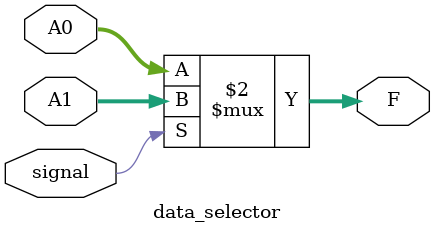
<source format=v>
`timescale 1ns / 1ps


module data_selector(signal,A0,A1,F);
    input [31:0]A0;
    input [31:0]A1;
    input signal;
    output wire [31:0]F;
     
    assign F=signal==1'b0 ? A0 : A1;
    
endmodule

</source>
